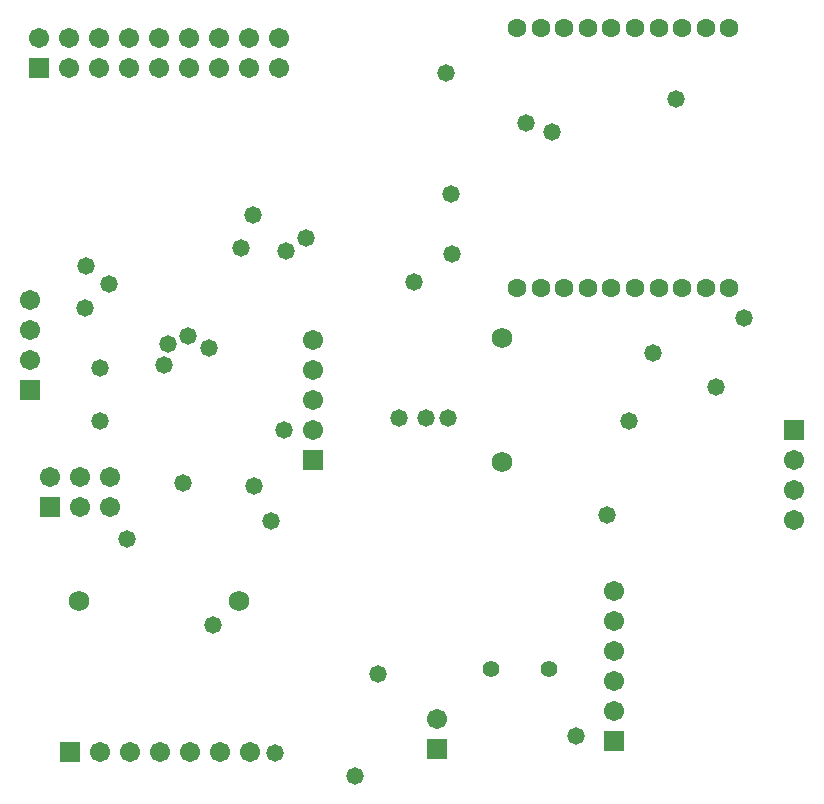
<source format=gbs>
G04*
G04 #@! TF.GenerationSoftware,Altium Limited,Altium Designer,19.1.8 (144)*
G04*
G04 Layer_Color=16711935*
%FSLAX44Y44*%
%MOMM*%
G71*
G01*
G75*
%ADD37C,1.6032*%
%ADD38R,1.7032X1.7032*%
%ADD39C,1.7032*%
%ADD40R,1.7032X1.7032*%
%ADD41C,1.4032*%
%ADD42C,1.7272*%
%ADD43C,1.4732*%
D37*
X620000Y650000D02*
D03*
X600000D02*
D03*
X580000D02*
D03*
X560000D02*
D03*
X540000D02*
D03*
X520000D02*
D03*
X500000D02*
D03*
X480000D02*
D03*
X460000D02*
D03*
X440000D02*
D03*
Y430000D02*
D03*
X460000D02*
D03*
X480000D02*
D03*
X500000D02*
D03*
X520000D02*
D03*
X540000D02*
D03*
X560000D02*
D03*
X580000D02*
D03*
X600000D02*
D03*
X620000D02*
D03*
D38*
X35234Y616402D02*
D03*
X61300Y37500D02*
D03*
X44600Y244600D02*
D03*
D39*
X238434Y641802D02*
D03*
Y616402D02*
D03*
X213034Y641802D02*
D03*
Y616402D02*
D03*
X187634Y641802D02*
D03*
Y616402D02*
D03*
X162234Y641802D02*
D03*
Y616402D02*
D03*
X136834Y641802D02*
D03*
Y616402D02*
D03*
X111434Y641802D02*
D03*
Y616402D02*
D03*
X86034Y641802D02*
D03*
Y616402D02*
D03*
X60634Y641802D02*
D03*
Y616402D02*
D03*
X35234Y641802D02*
D03*
X27500Y420400D02*
D03*
Y395000D02*
D03*
Y369600D02*
D03*
X213700Y37500D02*
D03*
X188300D02*
D03*
X162900D02*
D03*
X137500D02*
D03*
X86700D02*
D03*
X112100D02*
D03*
X372500Y65400D02*
D03*
X44600Y270000D02*
D03*
X70000Y244600D02*
D03*
Y270000D02*
D03*
X95400Y244600D02*
D03*
Y270000D02*
D03*
X267500Y309600D02*
D03*
Y335000D02*
D03*
Y360400D02*
D03*
Y385800D02*
D03*
X675000Y234200D02*
D03*
Y259600D02*
D03*
Y285000D02*
D03*
X522500Y72100D02*
D03*
Y97500D02*
D03*
Y122900D02*
D03*
Y148300D02*
D03*
Y173700D02*
D03*
D40*
X27500Y344200D02*
D03*
X372500Y40000D02*
D03*
X267500Y284200D02*
D03*
X675000Y310400D02*
D03*
X522500Y46700D02*
D03*
D41*
X466899Y107500D02*
D03*
X418100D02*
D03*
D42*
X204600Y165000D02*
D03*
X69600D02*
D03*
X427500Y387500D02*
D03*
Y282500D02*
D03*
D43*
X381709Y320585D02*
D03*
X362634Y320016D02*
D03*
X608284Y346801D02*
D03*
X322646Y103553D02*
D03*
X302539Y16938D02*
D03*
X234835Y36500D02*
D03*
X182905Y144961D02*
D03*
X489983Y51244D02*
D03*
X74664Y412998D02*
D03*
X95008Y433703D02*
D03*
X75204Y449007D02*
D03*
X231475Y233030D02*
D03*
X217194Y262545D02*
D03*
X206562Y463912D02*
D03*
X216718Y491999D02*
D03*
X515950Y237782D02*
D03*
X380389Y612523D02*
D03*
X384413Y509658D02*
D03*
X384916Y459105D02*
D03*
X141565Y365318D02*
D03*
X145000Y382499D02*
D03*
X161510Y389987D02*
D03*
X87053Y318041D02*
D03*
X87011Y362364D02*
D03*
X179137Y379665D02*
D03*
X244124Y461293D02*
D03*
X261312Y472518D02*
D03*
X632500Y405000D02*
D03*
X555000Y375000D02*
D03*
X575000Y590000D02*
D03*
X535000Y317500D02*
D03*
X242500Y310000D02*
D03*
X157500Y265000D02*
D03*
X110000Y217500D02*
D03*
X447500Y570000D02*
D03*
X470000Y562500D02*
D03*
X339999Y319999D02*
D03*
X352500Y435000D02*
D03*
M02*

</source>
